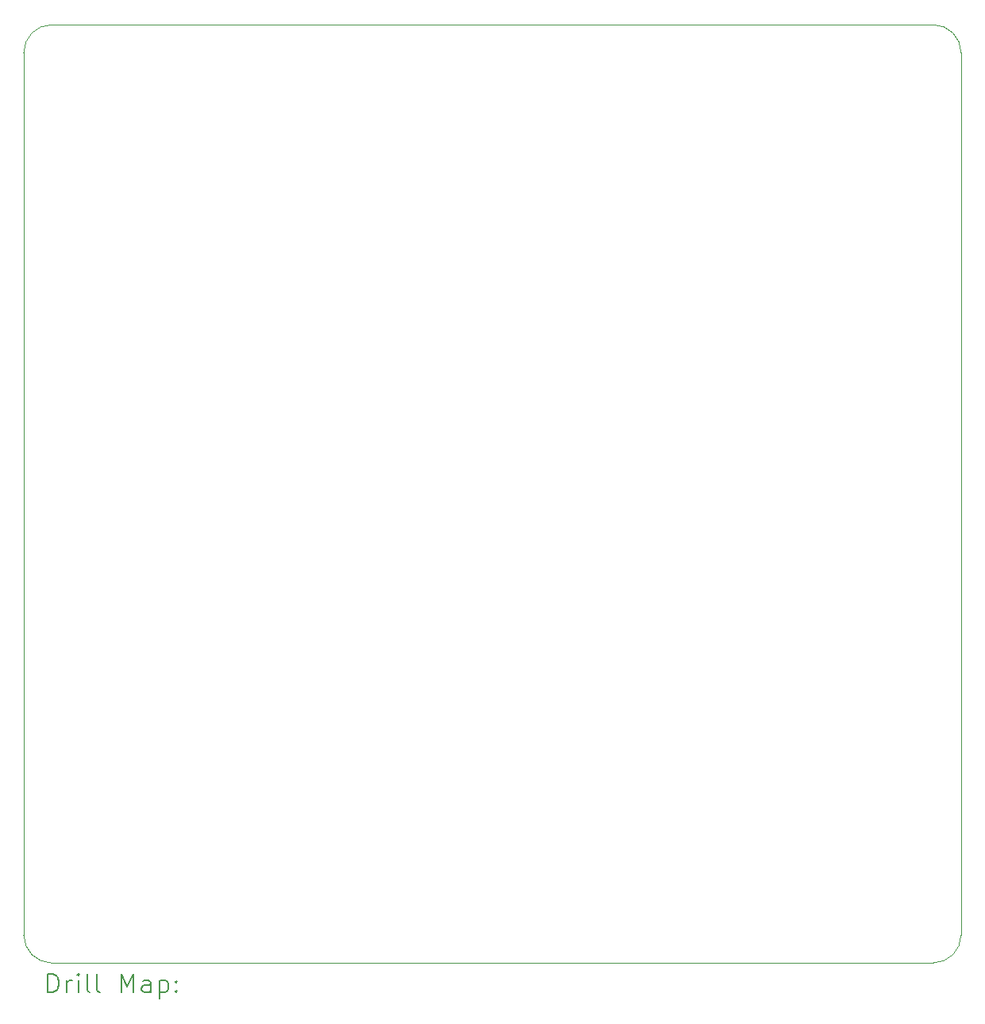
<source format=gbr>
%TF.GenerationSoftware,KiCad,Pcbnew,9.0.3*%
%TF.CreationDate,2025-08-04T14:39:46+02:00*%
%TF.ProjectId,esp-motioncontroller,6573702d-6d6f-4746-996f-6e636f6e7472,1.0.0*%
%TF.SameCoordinates,Original*%
%TF.FileFunction,Drillmap*%
%TF.FilePolarity,Positive*%
%FSLAX45Y45*%
G04 Gerber Fmt 4.5, Leading zero omitted, Abs format (unit mm)*
G04 Created by KiCad (PCBNEW 9.0.3) date 2025-08-04 14:39:46*
%MOMM*%
%LPD*%
G01*
G04 APERTURE LIST*
%ADD10C,0.050000*%
%ADD11C,0.200000*%
G04 APERTURE END LIST*
D10*
X15100000Y-4700000D02*
X15100000Y-14100000D01*
X5400000Y-4400000D02*
X14800000Y-4400000D01*
X15100000Y-14100000D02*
G75*
G02*
X14800000Y-14400000I-300000J0D01*
G01*
X5100000Y-14100000D02*
X5100000Y-4700000D01*
X14800000Y-4400000D02*
G75*
G02*
X15100000Y-4700000I0J-300000D01*
G01*
X5400000Y-14400000D02*
G75*
G02*
X5100000Y-14100000I0J300000D01*
G01*
X5100000Y-4700000D02*
G75*
G02*
X5400000Y-4400000I300000J0D01*
G01*
X14800000Y-14400000D02*
X5400000Y-14400000D01*
D11*
X5358277Y-14713984D02*
X5358277Y-14513984D01*
X5358277Y-14513984D02*
X5405896Y-14513984D01*
X5405896Y-14513984D02*
X5434467Y-14523508D01*
X5434467Y-14523508D02*
X5453515Y-14542555D01*
X5453515Y-14542555D02*
X5463039Y-14561603D01*
X5463039Y-14561603D02*
X5472563Y-14599698D01*
X5472563Y-14599698D02*
X5472563Y-14628269D01*
X5472563Y-14628269D02*
X5463039Y-14666365D01*
X5463039Y-14666365D02*
X5453515Y-14685412D01*
X5453515Y-14685412D02*
X5434467Y-14704460D01*
X5434467Y-14704460D02*
X5405896Y-14713984D01*
X5405896Y-14713984D02*
X5358277Y-14713984D01*
X5558277Y-14713984D02*
X5558277Y-14580650D01*
X5558277Y-14618746D02*
X5567801Y-14599698D01*
X5567801Y-14599698D02*
X5577324Y-14590174D01*
X5577324Y-14590174D02*
X5596372Y-14580650D01*
X5596372Y-14580650D02*
X5615420Y-14580650D01*
X5682086Y-14713984D02*
X5682086Y-14580650D01*
X5682086Y-14513984D02*
X5672562Y-14523508D01*
X5672562Y-14523508D02*
X5682086Y-14533031D01*
X5682086Y-14533031D02*
X5691610Y-14523508D01*
X5691610Y-14523508D02*
X5682086Y-14513984D01*
X5682086Y-14513984D02*
X5682086Y-14533031D01*
X5805896Y-14713984D02*
X5786848Y-14704460D01*
X5786848Y-14704460D02*
X5777324Y-14685412D01*
X5777324Y-14685412D02*
X5777324Y-14513984D01*
X5910658Y-14713984D02*
X5891610Y-14704460D01*
X5891610Y-14704460D02*
X5882086Y-14685412D01*
X5882086Y-14685412D02*
X5882086Y-14513984D01*
X6139229Y-14713984D02*
X6139229Y-14513984D01*
X6139229Y-14513984D02*
X6205896Y-14656841D01*
X6205896Y-14656841D02*
X6272562Y-14513984D01*
X6272562Y-14513984D02*
X6272562Y-14713984D01*
X6453515Y-14713984D02*
X6453515Y-14609222D01*
X6453515Y-14609222D02*
X6443991Y-14590174D01*
X6443991Y-14590174D02*
X6424943Y-14580650D01*
X6424943Y-14580650D02*
X6386848Y-14580650D01*
X6386848Y-14580650D02*
X6367801Y-14590174D01*
X6453515Y-14704460D02*
X6434467Y-14713984D01*
X6434467Y-14713984D02*
X6386848Y-14713984D01*
X6386848Y-14713984D02*
X6367801Y-14704460D01*
X6367801Y-14704460D02*
X6358277Y-14685412D01*
X6358277Y-14685412D02*
X6358277Y-14666365D01*
X6358277Y-14666365D02*
X6367801Y-14647317D01*
X6367801Y-14647317D02*
X6386848Y-14637793D01*
X6386848Y-14637793D02*
X6434467Y-14637793D01*
X6434467Y-14637793D02*
X6453515Y-14628269D01*
X6548753Y-14580650D02*
X6548753Y-14780650D01*
X6548753Y-14590174D02*
X6567801Y-14580650D01*
X6567801Y-14580650D02*
X6605896Y-14580650D01*
X6605896Y-14580650D02*
X6624943Y-14590174D01*
X6624943Y-14590174D02*
X6634467Y-14599698D01*
X6634467Y-14599698D02*
X6643991Y-14618746D01*
X6643991Y-14618746D02*
X6643991Y-14675888D01*
X6643991Y-14675888D02*
X6634467Y-14694936D01*
X6634467Y-14694936D02*
X6624943Y-14704460D01*
X6624943Y-14704460D02*
X6605896Y-14713984D01*
X6605896Y-14713984D02*
X6567801Y-14713984D01*
X6567801Y-14713984D02*
X6548753Y-14704460D01*
X6729705Y-14694936D02*
X6739229Y-14704460D01*
X6739229Y-14704460D02*
X6729705Y-14713984D01*
X6729705Y-14713984D02*
X6720182Y-14704460D01*
X6720182Y-14704460D02*
X6729705Y-14694936D01*
X6729705Y-14694936D02*
X6729705Y-14713984D01*
X6729705Y-14590174D02*
X6739229Y-14599698D01*
X6739229Y-14599698D02*
X6729705Y-14609222D01*
X6729705Y-14609222D02*
X6720182Y-14599698D01*
X6720182Y-14599698D02*
X6729705Y-14590174D01*
X6729705Y-14590174D02*
X6729705Y-14609222D01*
M02*

</source>
